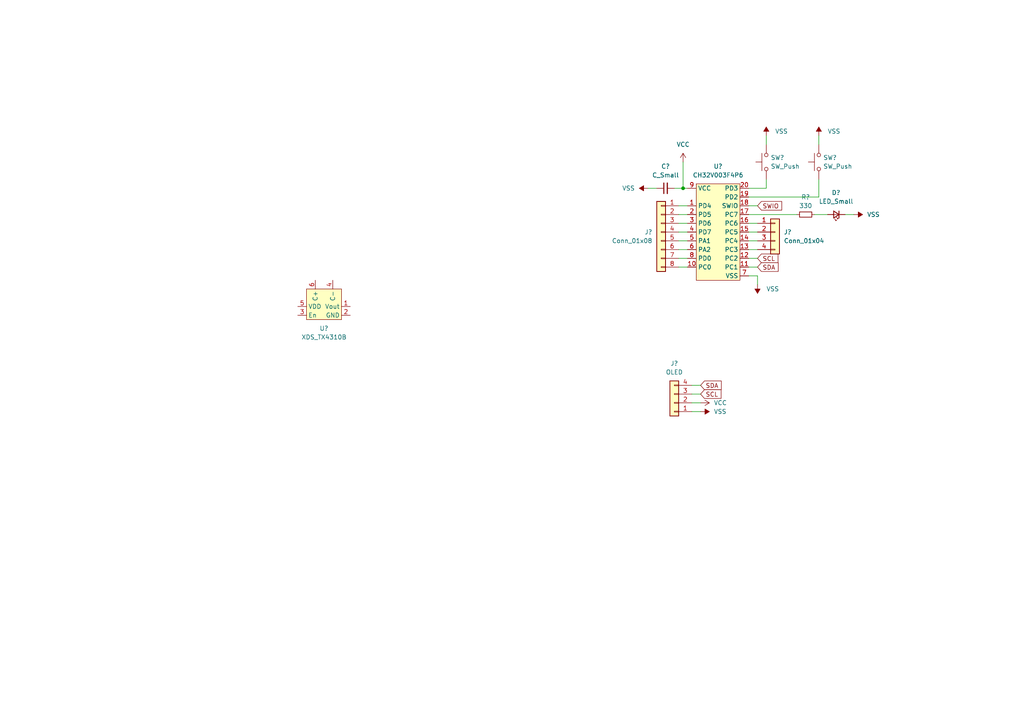
<source format=kicad_sch>
(kicad_sch (version 20211123) (generator eeschema)
  (paper "A4")
  (lib_symbols
    (symbol "Connector_Generic:Conn_01x04" (pin_names (offset 1.016) hide)
      (property "Reference" "J" (at 0 5.08 0))
      (property "Value" "Conn_01x04" (at 0 -7.62 0))
      (symbol "Conn_01x04_1_1"
        (rectangle (start -1.27 -4.953) (end 0 -5.207) (stroke (width 0.1524)))
        (rectangle (start -1.27 -2.413) (end 0 -2.667) (stroke (width 0.1524)))
        (rectangle (start -1.27 0.127) (end 0 -0.127) (stroke (width 0.1524)))
        (rectangle (start -1.27 2.667) (end 0 2.413) (stroke (width 0.1524)))
        (rectangle (start -1.27 3.81) (end 1.27 -6.35) (stroke (width 0.254)) (fill (type background)))
        (pin passive line (at -5.08 2.54 0) (length 3.81) (name "Pin_1") (number "1"))
        (pin passive line (at -5.08 0 0) (length 3.81) (name "Pin_2") (number "2"))
        (pin passive line (at -5.08 -2.54 0) (length 3.81) (name "Pin_3") (number "3"))
        (pin passive line (at -5.08 -5.08 0) (length 3.81) (name "Pin_4") (number "4"))
      )
    )
    (symbol "Connector_Generic:Conn_01x08" (pin_names (offset 1.016) hide)
      (property "Reference" "J" (at 0 10.16 0))
      (property "Value" "Conn_01x08" (at 0 -12.7 0))
      (symbol "Conn_01x08_1_1"
        (rectangle (start -1.27 -10.033) (end 0 -10.287) (stroke (width 0.1524)))
        (rectangle (start -1.27 -7.493) (end 0 -7.747) (stroke (width 0.1524)))
        (rectangle (start -1.27 -4.953) (end 0 -5.207) (stroke (width 0.1524)))
        (rectangle (start -1.27 -2.413) (end 0 -2.667) (stroke (width 0.1524)))
        (rectangle (start -1.27 0.127) (end 0 -0.127) (stroke (width 0.1524)))
        (rectangle (start -1.27 2.667) (end 0 2.413) (stroke (width 0.1524)))
        (rectangle (start -1.27 5.207) (end 0 4.953) (stroke (width 0.1524)))
        (rectangle (start -1.27 7.747) (end 0 7.493) (stroke (width 0.1524)))
        (rectangle (start -1.27 8.89) (end 1.27 -11.43) (stroke (width 0.254)) (fill (type background)))
        (pin passive line (at -5.08 7.62 0) (length 3.81) (name "Pin_1") (number "1"))
        (pin passive line (at -5.08 5.08 0) (length 3.81) (name "Pin_2") (number "2"))
        (pin passive line (at -5.08 2.54 0) (length 3.81) (name "Pin_3") (number "3"))
        (pin passive line (at -5.08 0 0) (length 3.81) (name "Pin_4") (number "4"))
        (pin passive line (at -5.08 -2.54 0) (length 3.81) (name "Pin_5") (number "5"))
        (pin passive line (at -5.08 -5.08 0) (length 3.81) (name "Pin_6") (number "6"))
        (pin passive line (at -5.08 -7.62 0) (length 3.81) (name "Pin_7") (number "7"))
        (pin passive line (at -5.08 -10.16 0) (length 3.81) (name "Pin_8") (number "8"))
      )
    )
    (symbol "Device:C_Small" (pin_numbers hide) (pin_names (offset 0.254) hide)
      (property "Reference" "C" (at 0.254 1.778 0))
      (property "Value" "C_Small" (at 0.254 -2.032 0))
      (symbol "C_Small_0_1"
        (polyline (pts (xy -1.524 -0.508) (xy 1.524 -0.508)) (stroke (width 0.3302)))
        (polyline (pts (xy -1.524 0.508) (xy 1.524 0.508)) (stroke (width 0.3048)))
      )
      (symbol "C_Small_1_1"
        (pin passive line (at 0 2.54 270) (length 2.032) (name "~") (number "1"))
        (pin passive line (at 0 -2.54 90) (length 2.032) (name "~") (number "2"))
      )
    )
    (symbol "Device:LED_Small" (pin_numbers hide) (pin_names (offset 0.254) hide)
      (property "Reference" "D" (at -1.27 3.175 0))
      (property "Value" "LED_Small" (at -4.445 -2.54 0))
      (symbol "LED_Small_0_1"
        (polyline (pts (xy -0.762 -1.016) (xy -0.762 1.016)) (stroke (width 0.254)))
        (polyline (pts (xy 1.016 0) (xy -0.762 0)))
        (polyline (pts (xy 0.762 -1.016) (xy -0.762 0) (xy 0.762 1.016) (xy 0.762 -1.016)) (stroke (width 0.254)))
        (polyline (pts (xy 0 0.762) (xy -0.508 1.27) (xy -0.254 1.27) (xy -0.508 1.27) (xy -0.508 1.016)))
        (polyline (pts (xy 0.508 1.27) (xy 0 1.778) (xy 0.254 1.778) (xy 0 1.778) (xy 0 1.524)))
      )
      (symbol "LED_Small_1_1"
        (pin passive line (at -2.54 0 0) (length 1.778) (name "K") (number "1"))
        (pin passive line (at 2.54 0 180) (length 1.778) (name "A") (number "2"))
      )
    )
    (symbol "Device:R_Small" (pin_numbers hide) (pin_names (offset 0.254) hide)
      (property "Reference" "R" (at 0.762 0.508 0))
      (property "Value" "R_Small" (at 0.762 -1.016 0))
      (symbol "R_Small_0_1"
        (rectangle (start -0.762 1.778) (end 0.762 -1.778) (stroke (width 0.2032)))
      )
      (symbol "R_Small_1_1"
        (pin passive line (at 0 2.54 270) (length 0.762) (name "~") (number "1"))
        (pin passive line (at 0 -2.54 90) (length 0.762) (name "~") (number "2"))
      )
    )
    (symbol "ESP32_C3:XDS_TX4310B"
      (property "Reference" "U" (at 5.08 3.81 0))
      (property "Value" "XDS_TX4310B" (at 0 -7.62 0))
      (symbol "XDS_TX4310B_0_1"
        (rectangle (start -5.08 2.54) (end 5.08 -6.35) (stroke (width 0.1524)) (fill (type background)))
      )
      (symbol "XDS_TX4310B_1_1"
        (pin input line (at 7.62 -2.54 180) (length 2.54) (name "Vout") (number "1"))
        (pin input line (at 7.62 -5.08 180) (length 2.54) (name "GND") (number "2"))
        (pin input line (at -7.62 -5.08 0) (length 2.54) (name "En") (number "3"))
        (pin input line (at 2.54 5.08 270) (length 2.54) (name "C-") (number "4"))
        (pin input line (at -7.62 -2.54 0) (length 2.54) (name "VDD") (number "5"))
        (pin input line (at -2.54 5.08 270) (length 2.54) (name "C+") (number "6"))
      )
    )
    (symbol "Switch:SW_Push" (pin_numbers hide) (pin_names (offset 1.016) hide)
      (property "Reference" "SW" (at 1.27 2.54 0))
      (property "Value" "SW_Push" (at 0 -1.524 0))
      (symbol "SW_Push_0_1"
        (circle (center -2.032 0) (radius 0.508))
        (polyline (pts (xy 0 1.27) (xy 0 3.048)))
        (polyline (pts (xy 2.54 1.27) (xy -2.54 1.27)))
        (circle (center 2.032 0) (radius 0.508))
        (pin passive line (at -5.08 0 0) (length 2.54) (name "1") (number "1"))
        (pin passive line (at 5.08 0 180) (length 2.54) (name "2") (number "2"))
      )
    )
    (symbol "WCH:CH32V003F4P6"
      (property "Reference" "U" (at 5.08 -24.13 0))
      (property "Value" "CH32V003F4P6" (at 0 6.35 0))
      (symbol "CH32V003F4P6_0_1"
        (rectangle (start -6.35 5.08) (end 6.35 -22.86) (stroke (width 0.1524)) (fill (type background)))
      )
      (symbol "CH32V003F4P6_1_1"
        (pin input line (at -8.89 -1.27 0) (length 2.54) (name "PD4") (number "1"))
        (pin input line (at -8.89 -19.05 0) (length 2.54) (name "PC0") (number "10"))
        (pin input line (at 8.89 -19.05 180) (length 2.54) (name "PC1") (number "11"))
        (pin input line (at 8.89 -16.51 180) (length 2.54) (name "PC2") (number "12"))
        (pin input line (at 8.89 -13.97 180) (length 2.54) (name "PC3") (number "13"))
        (pin input line (at 8.89 -11.43 180) (length 2.54) (name "PC4") (number "14"))
        (pin input line (at 8.89 -8.89 180) (length 2.54) (name "PC5") (number "15"))
        (pin input line (at 8.89 -6.35 180) (length 2.54) (name "PC6") (number "16"))
        (pin input line (at 8.89 -3.81 180) (length 2.54) (name "PC7") (number "17"))
        (pin input line (at 8.89 -1.27 180) (length 2.54) (name "SWIO") (number "18"))
        (pin input line (at 8.89 1.27 180) (length 2.54) (name "PD2") (number "19"))
        (pin input line (at -8.89 -3.81 0) (length 2.54) (name "PD5") (number "2"))
        (pin input line (at 8.89 3.81 180) (length 2.54) (name "PD3") (number "20"))
        (pin input line (at -8.89 -6.35 0) (length 2.54) (name "PD6") (number "3"))
        (pin input line (at -8.89 -8.89 0) (length 2.54) (name "PD7") (number "4"))
        (pin input line (at -8.89 -11.43 0) (length 2.54) (name "PA1") (number "5"))
        (pin input line (at -8.89 -13.97 0) (length 2.54) (name "PA2") (number "6"))
        (pin input line (at 8.89 -21.59 180) (length 2.54) (name "VSS") (number "7"))
        (pin input line (at -8.89 -16.51 0) (length 2.54) (name "PD0") (number "8"))
        (pin input line (at -8.89 3.81 0) (length 2.54) (name "VCC") (number "9"))
      )
    )
    (symbol "power:VCC" (power) (pin_names (offset 0))
      (property "Value" "VCC" (at 0 3.81 0))
      (symbol "VCC_0_1"
        (polyline (pts (xy -0.762 1.27) (xy 0 2.54)))
        (polyline (pts (xy 0 0) (xy 0 2.54)))
        (polyline (pts (xy 0 2.54) (xy 0.762 1.27)))
      )
      (symbol "VCC_1_1"
        (pin power_in line (at 0 0 90) (length 0) hide (name "VCC") (number "1"))
      )
    )
    (symbol "power:VSS" (power) (pin_names (offset 0))
      (property "Value" "VSS" (at 0 3.81 0))
      (symbol "VSS_0_1"
        (polyline (pts (xy 0 0) (xy 0 2.54)))
        (polyline (pts (xy 0.762 1.27) (xy -0.762 1.27) (xy 0 2.54) (xy 0.762 1.27)) (fill (type outline)))
      )
      (symbol "VSS_1_1"
        (pin power_in line (at 0 0 90) (length 0) hide (name "VSS") (number "1"))
      )
    )
  )
  (junction (at 198.12 54.61))
  (wire (pts (xy 196.85 77.47) (xy 199.39 77.47)))
  (wire (pts (xy 217.17 74.93) (xy 219.71 74.93)))
  (wire (pts (xy 200.66 111.76) (xy 203.2 111.76)))
  (wire (pts (xy 217.17 67.31) (xy 219.71 67.31)))
  (wire (pts (xy 196.85 67.31) (xy 199.39 67.31)))
  (wire (pts (xy 217.17 64.77) (xy 219.71 64.77)))
  (wire (pts (xy 217.17 57.15) (xy 237.49 57.15)))
  (wire (pts (xy 217.17 59.69) (xy 219.71 59.69)))
  (wire (pts (xy 196.85 64.77) (xy 199.39 64.77)))
  (wire (pts (xy 200.66 116.84) (xy 203.2 116.84)))
  (wire (pts (xy 219.71 80.01) (xy 217.17 80.01)))
  (wire (pts (xy 200.66 114.3) (xy 203.2 114.3)))
  (wire (pts (xy 236.22 62.23) (xy 240.03 62.23)))
  (wire (pts (xy 198.12 54.61) (xy 199.39 54.61)))
  (wire (pts (xy 200.66 119.38) (xy 203.2 119.38)))
  (wire (pts (xy 222.25 54.61) (xy 222.25 52.07)))
  (wire (pts (xy 217.17 62.23) (xy 231.14 62.23)))
  (wire (pts (xy 196.85 74.93) (xy 199.39 74.93)))
  (wire (pts (xy 245.11 62.23) (xy 247.65 62.23)))
  (wire (pts (xy 198.12 46.99) (xy 198.12 54.61)))
  (wire (pts (xy 195.58 54.61) (xy 198.12 54.61)))
  (wire (pts (xy 217.17 72.39) (xy 219.71 72.39)))
  (wire (pts (xy 222.25 39.37) (xy 222.25 41.91)))
  (wire (pts (xy 219.71 82.55) (xy 219.71 80.01)))
  (wire (pts (xy 196.85 72.39) (xy 199.39 72.39)))
  (wire (pts (xy 237.49 39.37) (xy 237.49 41.91)))
  (wire (pts (xy 217.17 77.47) (xy 219.71 77.47)))
  (wire (pts (xy 237.49 57.15) (xy 237.49 52.07)))
  (wire (pts (xy 196.85 69.85) (xy 199.39 69.85)))
  (wire (pts (xy 187.96 54.61) (xy 190.5 54.61)))
  (wire (pts (xy 217.17 54.61) (xy 222.25 54.61)))
  (wire (pts (xy 196.85 59.69) (xy 199.39 59.69)))
  (wire (pts (xy 217.17 69.85) (xy 219.71 69.85)))
  (wire (pts (xy 196.85 62.23) (xy 199.39 62.23)))
  (global_label "SCL" (shape input) (at 203.2 114.3 0) (property "Intersheet References" "${INTERSHEET_REFS}" (effects hide)))
  (global_label "SCL" (shape input) (at 219.71 74.93 0) (property "Intersheet References" "${INTERSHEET_REFS}" (effects hide)))
  (global_label "SDA" (shape input) (at 219.71 77.47 0) (property "Intersheet References" "${INTERSHEET_REFS}" (effects hide)))
  (global_label "SDA" (shape input) (at 203.2 111.76 0) (property "Intersheet References" "${INTERSHEET_REFS}" (effects hide)))
  (global_label "SWIO" (shape input) (at 219.71 59.69 0) (property "Intersheet References" "${INTERSHEET_REFS}" (effects hide)))
  (symbol (lib_id "Switch:SW_Push") (at 237.49 46.99 90) (unit 1)
    (property "Reference" "SW?" (at 238.76 45.7199 90) (effects (justify right)))
    (property "Value" "SW_Push" (at 238.76 48.2599 90) (effects (justify right)))
  )
  (symbol (lib_id "power:VSS") (at 219.71 82.55 180) (unit 1)
    (property "Reference" "#PWR?" (effects hide))
    (property "Value" "VSS" (at 222.25 83.8199 0) (effects (justify right)))
  )
  (symbol (lib_id "power:VSS") (at 247.65 62.23 270) (unit 1)
    (property "Reference" "#PWR?" (effects hide))
    (property "Value" "VSS" (at 251.46 62.2299 90) (effects (justify left)))
  )
  (symbol (lib_id "Connector_Generic:Conn_01x08") (at 191.77 67.31 0) (mirror y) (unit 1)
    (property "Reference" "J?" (at 189.23 67.3099 0) (effects (justify left)))
    (property "Value" "Conn_01x08" (at 189.23 69.8499 0) (effects (justify left)))
  )
  (symbol (lib_id "power:VSS") (at 237.49 39.37 0) (unit 1)
    (property "Reference" "#PWR?" (effects hide))
    (property "Value" "VSS" (at 240.03 38.0999 0) (effects (justify left)))
  )
  (symbol (lib_id "power:VSS") (at 203.2 119.38 270) (unit 1)
    (property "Reference" "#PWR?" (effects hide))
    (property "Value" "VSS" (at 207.01 119.3799 90) (effects (justify left)))
  )
  (symbol (lib_id "power:VSS") (at 222.25 39.37 0) (unit 1)
    (property "Reference" "#PWR?" (effects hide))
    (property "Value" "VSS" (at 224.79 38.0999 0) (effects (justify left)))
  )
  (symbol (lib_id "power:VCC") (at 198.12 46.99 0) (unit 1)
    (property "Reference" "#PWR?" (effects hide))
    (property "Value" "VCC" (at 198.12 41.91 0))
  )
  (symbol (lib_id "Connector_Generic:Conn_01x04") (at 195.58 116.84 180) (unit 1)
    (property "Reference" "J?" (at 195.58 105.41 0))
    (property "Value" "OLED" (at 195.58 107.95 0))
  )
  (symbol (lib_id "Connector_Generic:Conn_01x04") (at 224.79 67.31 0) (unit 1)
    (property "Reference" "J?" (at 227.33 67.3099 0) (effects (justify left)))
    (property "Value" "Conn_01x04" (at 227.33 69.8499 0) (effects (justify left)))
  )
  (symbol (lib_id "ESP32_C3:XDS_TX4310B") (at 93.98 86.36 0) (unit 1)
    (property "Reference" "U?" (at 93.98 95.25 0))
    (property "Value" "XDS_TX4310B" (at 93.98 97.79 0))
  )
  (symbol (lib_id "Device:LED_Small") (at 242.57 62.23 180) (unit 1)
    (property "Reference" "D?" (at 242.5065 55.88 0))
    (property "Value" "LED_Small" (at 242.5065 58.42 0))
  )
  (symbol (lib_id "Device:C_Small") (at 193.04 54.61 90) (unit 1)
    (property "Reference" "C?" (at 193.0463 48.26 90))
    (property "Value" "C_Small" (at 193.0463 50.8 90))
  )
  (symbol (lib_id "power:VCC") (at 203.2 116.84 270) (unit 1)
    (property "Reference" "#PWR?" (effects hide))
    (property "Value" "VCC" (at 207.01 116.8399 90) (effects (justify left)))
  )
  (symbol (lib_id "Device:R_Small") (at 233.68 62.23 90) (unit 1)
    (property "Reference" "R?" (at 233.68 57.15 90))
    (property "Value" "330" (at 233.68 59.69 90))
  )
  (symbol (lib_id "power:VSS") (at 187.96 54.61 90) (unit 1)
    (property "Reference" "#PWR?" (effects hide))
    (property "Value" "VSS" (at 184.15 54.6099 90) (effects (justify left)))
  )
  (symbol (lib_id "Switch:SW_Push") (at 222.25 46.99 90) (unit 1)
    (property "Reference" "SW?" (at 223.52 45.7199 90) (effects (justify right)))
    (property "Value" "SW_Push" (at 223.52 48.2599 90) (effects (justify right)))
  )
  (symbol (lib_id "WCH:CH32V003F4P6") (at 208.28 58.42 0) (unit 1)
    (property "Reference" "U?" (at 208.28 48.26 0))
    (property "Value" "CH32V003F4P6" (at 208.28 50.8 0))
  )
)
</source>
